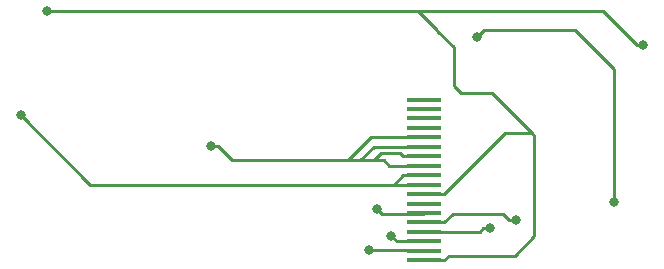
<source format=gbr>
G04 #@! TF.GenerationSoftware,KiCad,Pcbnew,5.0.1+dfsg1-2~bpo9+1*
G04 #@! TF.CreationDate,2018-11-07T17:05:17+00:00*
G04 #@! TF.ProjectId,xmas_zero_bauble,786D61735F7A65726F5F626175626C65,rev?*
G04 #@! TF.SameCoordinates,Original*
G04 #@! TF.FileFunction,Copper,L1,Top,Signal*
G04 #@! TF.FilePolarity,Positive*
%FSLAX46Y46*%
G04 Gerber Fmt 4.6, Leading zero omitted, Abs format (unit mm)*
G04 Created by KiCad (PCBNEW 5.0.1+dfsg1-2~bpo9+1) date Wed 07 Nov 2018 17:05:17 GMT*
%MOMM*%
%LPD*%
G01*
G04 APERTURE LIST*
G04 #@! TA.AperFunction,SMDPad,CuDef*
%ADD10R,3.000000X0.400000*%
G04 #@! TD*
G04 #@! TA.AperFunction,ViaPad*
%ADD11C,0.800000*%
G04 #@! TD*
G04 #@! TA.AperFunction,Conductor*
%ADD12C,0.250000*%
G04 #@! TD*
G04 APERTURE END LIST*
D10*
G04 #@! TO.P,U1,1*
G04 #@! TO.N,Net-(J1-Pad6)*
X203108560Y-85196680D03*
G04 #@! TO.P,U1,2*
G04 #@! TO.N,Net-(J1-Pad13)*
X203108560Y-84396580D03*
G04 #@! TO.P,U1,3*
G04 #@! TO.N,Net-(J1-Pad23)*
X203108560Y-83596480D03*
G04 #@! TO.P,U1,4*
G04 #@! TO.N,Net-(J1-Pad22)*
X203108560Y-82796380D03*
G04 #@! TO.P,U1,5*
G04 #@! TO.N,Net-(J1-Pad24)*
X203108560Y-81996280D03*
G04 #@! TO.P,U1,6*
G04 #@! TO.N,Net-(J1-Pad19)*
X203108560Y-81196180D03*
G04 #@! TO.P,U1,7*
G04 #@! TO.N,Net-(U1-Pad7)*
X203108560Y-80396080D03*
G04 #@! TO.P,U1,8*
G04 #@! TO.N,Net-(J1-Pad6)*
X203108560Y-79595980D03*
G04 #@! TO.P,U1,9*
G04 #@! TO.N,Net-(J1-Pad1)*
X203108560Y-78795880D03*
G04 #@! TO.P,U1,10*
X203108560Y-77995780D03*
G04 #@! TO.P,U1,11*
G04 #@! TO.N,Net-(R1-Pad1)*
X203108560Y-77195680D03*
G04 #@! TO.P,U1,12*
X203108560Y-76395580D03*
G04 #@! TO.P,U1,13*
X203108560Y-75595480D03*
G04 #@! TO.P,U1,14*
X203108560Y-74795380D03*
G04 #@! TO.P,U1,15*
G04 #@! TO.N,Net-(U1-Pad15)*
X203108560Y-73995280D03*
G04 #@! TO.P,U1,16*
G04 #@! TO.N,Net-(U1-Pad16)*
X203108560Y-73195180D03*
G04 #@! TO.P,U1,17*
G04 #@! TO.N,Net-(U1-Pad17)*
X203108560Y-72395080D03*
G04 #@! TO.P,U1,18*
G04 #@! TO.N,Net-(U1-Pad18)*
X203108560Y-71594980D03*
G04 #@! TD*
D11*
G04 #@! TO.N,Net-(J1-Pad1)*
X168965880Y-72882760D03*
G04 #@! TO.N,Net-(J1-Pad6)*
X171175680Y-64114680D03*
X221700000Y-67000000D03*
G04 #@! TO.N,Net-(J1-Pad13)*
X198490840Y-84366100D03*
G04 #@! TO.N,Net-(J1-Pad19)*
X199186800Y-80850740D03*
G04 #@! TO.N,Net-(J1-Pad22)*
X208686400Y-82506820D03*
G04 #@! TO.N,Net-(J1-Pad23)*
X200324720Y-83103720D03*
G04 #@! TO.N,Net-(J1-Pad24)*
X210891120Y-81818480D03*
G04 #@! TO.N,Net-(J1-Pad33)*
X207600000Y-66300000D03*
X219200000Y-80300000D03*
G04 #@! TO.N,Net-(R1-Pad1)*
X185100000Y-75500000D03*
G04 #@! TD*
D12*
G04 #@! TO.N,Net-(J1-Pad1)*
X201358560Y-78795880D02*
X203108560Y-78795880D01*
X201358560Y-77995780D02*
X200558460Y-78795880D01*
X203108560Y-77995780D02*
X201358560Y-77995780D01*
X200558460Y-78795880D02*
X199712580Y-78795880D01*
X199712580Y-78795880D02*
X201358560Y-78795880D01*
X174879000Y-78795880D02*
X199712580Y-78795880D01*
X168965880Y-72882760D02*
X174879000Y-78795880D01*
G04 #@! TO.N,Net-(J1-Pad6)*
X204858560Y-85196680D02*
X205254800Y-84800440D01*
X203108560Y-85196680D02*
X204858560Y-85196680D01*
X205254800Y-84800440D02*
X210809840Y-84800440D01*
X210809840Y-84800440D02*
X212453220Y-83157060D01*
X212453220Y-83157060D02*
X212453220Y-74681080D01*
X208842119Y-71069979D02*
X206256399Y-71069979D01*
X206256399Y-71069979D02*
X205625700Y-70439280D01*
X205625700Y-70439280D02*
X205625700Y-67180460D01*
X205625700Y-67180460D02*
X204200760Y-65755520D01*
X209996980Y-74457560D02*
X212229700Y-74457560D01*
X204858560Y-79595980D02*
X209996980Y-74457560D01*
X203108560Y-79595980D02*
X204858560Y-79595980D01*
X212453220Y-74681080D02*
X212229700Y-74457560D01*
X212229700Y-74457560D02*
X208842119Y-71069979D01*
X204200760Y-65755520D02*
X204200760Y-65732660D01*
X204200760Y-65732660D02*
X202582780Y-64114680D01*
X218248995Y-64114680D02*
X202500000Y-64114680D01*
X221134315Y-67000000D02*
X218248995Y-64114680D01*
X221700000Y-67000000D02*
X221134315Y-67000000D01*
X202582780Y-64114680D02*
X202500000Y-64114680D01*
X202500000Y-64114680D02*
X171175680Y-64114680D01*
G04 #@! TO.N,Net-(J1-Pad13)*
X203078080Y-84366100D02*
X203108560Y-84396580D01*
X198490840Y-84366100D02*
X203078080Y-84366100D01*
G04 #@! TO.N,Net-(J1-Pad19)*
X203054001Y-81250739D02*
X203108560Y-81196180D01*
X199586799Y-81250739D02*
X203054001Y-81250739D01*
X199186800Y-80850740D02*
X199586799Y-81250739D01*
G04 #@! TO.N,Net-(J1-Pad22)*
X204858560Y-82796380D02*
X203108560Y-82796380D01*
X207831155Y-82796380D02*
X204858560Y-82796380D01*
X208120715Y-82506820D02*
X207831155Y-82796380D01*
X208686400Y-82506820D02*
X208120715Y-82506820D01*
G04 #@! TO.N,Net-(J1-Pad23)*
X200817480Y-83596480D02*
X203108560Y-83596480D01*
X200324720Y-83103720D02*
X200817480Y-83596480D01*
G04 #@! TO.N,Net-(J1-Pad24)*
X210325435Y-81818480D02*
X209804735Y-81297780D01*
X210891120Y-81818480D02*
X210325435Y-81818480D01*
X204858560Y-81996280D02*
X203108560Y-81996280D01*
X205557060Y-81297780D02*
X204858560Y-81996280D01*
X209804735Y-81297780D02*
X205557060Y-81297780D01*
G04 #@! TO.N,Net-(J1-Pad33)*
X207600000Y-66300000D02*
X208200000Y-65700000D01*
X208200000Y-65700000D02*
X215900000Y-65700000D01*
X219200000Y-69000000D02*
X219200000Y-80300000D01*
X215900000Y-65700000D02*
X219200000Y-69000000D01*
G04 #@! TO.N,Net-(R1-Pad1)*
X200202800Y-77195680D02*
X203108560Y-77195680D01*
X199749359Y-76742239D02*
X200202800Y-77195680D01*
X201358560Y-76395580D02*
X201109640Y-76146660D01*
X203108560Y-76395580D02*
X201358560Y-76395580D01*
X201109640Y-76146660D02*
X199490279Y-76146660D01*
X199490279Y-76146660D02*
X198894700Y-76742239D01*
X198894700Y-76742239D02*
X199749359Y-76742239D01*
X201358560Y-75595480D02*
X201356020Y-75598020D01*
X203108560Y-75595480D02*
X201358560Y-75595480D01*
X201356020Y-75598020D02*
X198878139Y-75598020D01*
X197733920Y-76742239D02*
X198894700Y-76742239D01*
X198878139Y-75598020D02*
X197733920Y-76742239D01*
X201358560Y-74795380D02*
X201353480Y-74790300D01*
X203108560Y-74795380D02*
X201358560Y-74795380D01*
X198619059Y-74790300D02*
X196667120Y-76742239D01*
X196667120Y-76742239D02*
X197733920Y-76742239D01*
X201353480Y-74790300D02*
X198619059Y-74790300D01*
X186907924Y-76742239D02*
X196667120Y-76742239D01*
X185665685Y-75500000D02*
X186907924Y-76742239D01*
X185100000Y-75500000D02*
X185665685Y-75500000D01*
G04 #@! TD*
M02*

</source>
